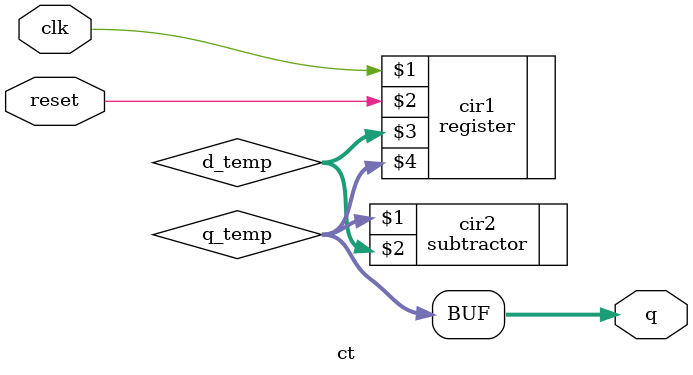
<source format=v>
module ct (
    input wire clk,
    input wire reset,
    output wire [3:0] q
);

wire [3:0] q_temp,d_temp;
register cir1(clk,reset,d_temp,q_temp);
subtractor cir2(q_temp,d_temp);

assign q= q_temp;
    
endmodule
</source>
